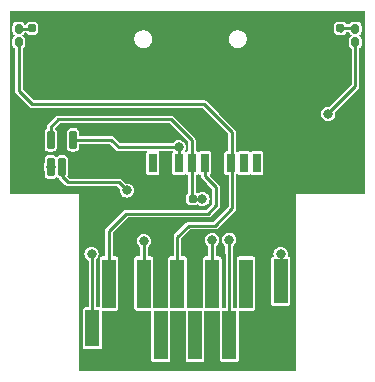
<source format=gtl>
G04 #@! TF.GenerationSoftware,KiCad,Pcbnew,8.0.3*
G04 #@! TF.CreationDate,2024-06-29T19:10:51-04:00*
G04 #@! TF.ProjectId,SDGeckoLED,53444765-636b-46f4-9c45-442e6b696361,rev?*
G04 #@! TF.SameCoordinates,Original*
G04 #@! TF.FileFunction,Copper,L1,Top*
G04 #@! TF.FilePolarity,Positive*
%FSLAX46Y46*%
G04 Gerber Fmt 4.6, Leading zero omitted, Abs format (unit mm)*
G04 Created by KiCad (PCBNEW 8.0.3) date 2024-06-29 19:10:51*
%MOMM*%
%LPD*%
G01*
G04 APERTURE LIST*
G04 Aperture macros list*
%AMRoundRect*
0 Rectangle with rounded corners*
0 $1 Rounding radius*
0 $2 $3 $4 $5 $6 $7 $8 $9 X,Y pos of 4 corners*
0 Add a 4 corners polygon primitive as box body*
4,1,4,$2,$3,$4,$5,$6,$7,$8,$9,$2,$3,0*
0 Add four circle primitives for the rounded corners*
1,1,$1+$1,$2,$3*
1,1,$1+$1,$4,$5*
1,1,$1+$1,$6,$7*
1,1,$1+$1,$8,$9*
0 Add four rect primitives between the rounded corners*
20,1,$1+$1,$2,$3,$4,$5,0*
20,1,$1+$1,$4,$5,$6,$7,0*
20,1,$1+$1,$6,$7,$8,$9,0*
20,1,$1+$1,$8,$9,$2,$3,0*%
G04 Aperture macros list end*
G04 #@! TA.AperFunction,SMDPad,CuDef*
%ADD10RoundRect,0.155000X0.212500X0.155000X-0.212500X0.155000X-0.212500X-0.155000X0.212500X-0.155000X0*%
G04 #@! TD*
G04 #@! TA.AperFunction,SMDPad,CuDef*
%ADD11RoundRect,0.160000X-0.160000X0.222500X-0.160000X-0.222500X0.160000X-0.222500X0.160000X0.222500X0*%
G04 #@! TD*
G04 #@! TA.AperFunction,SMDPad,CuDef*
%ADD12RoundRect,0.160000X0.160000X-0.197500X0.160000X0.197500X-0.160000X0.197500X-0.160000X-0.197500X0*%
G04 #@! TD*
G04 #@! TA.AperFunction,SMDPad,CuDef*
%ADD13RoundRect,0.160000X-0.160000X0.197500X-0.160000X-0.197500X0.160000X-0.197500X0.160000X0.197500X0*%
G04 #@! TD*
G04 #@! TA.AperFunction,SMDPad,CuDef*
%ADD14RoundRect,0.150000X0.150000X-0.650000X0.150000X0.650000X-0.150000X0.650000X-0.150000X-0.650000X0*%
G04 #@! TD*
G04 #@! TA.AperFunction,SMDPad,CuDef*
%ADD15R,0.700000X1.600000*%
G04 #@! TD*
G04 #@! TA.AperFunction,SMDPad,CuDef*
%ADD16R,1.200000X1.400000*%
G04 #@! TD*
G04 #@! TA.AperFunction,SMDPad,CuDef*
%ADD17R,1.600000X1.400000*%
G04 #@! TD*
G04 #@! TA.AperFunction,SMDPad,CuDef*
%ADD18R,1.200000X2.200000*%
G04 #@! TD*
G04 #@! TA.AperFunction,SMDPad,CuDef*
%ADD19R,1.187403X3.771756*%
G04 #@! TD*
G04 #@! TA.AperFunction,SMDPad,CuDef*
%ADD20R,1.187403X4.679771*%
G04 #@! TD*
G04 #@! TA.AperFunction,SMDPad,CuDef*
%ADD21R,1.187403X4.190840*%
G04 #@! TD*
G04 #@! TA.AperFunction,SMDPad,CuDef*
%ADD22R,1.187403X3.143131*%
G04 #@! TD*
G04 #@! TA.AperFunction,ViaPad*
%ADD23C,0.800000*%
G04 #@! TD*
G04 #@! TA.AperFunction,Conductor*
%ADD24C,0.250000*%
G04 #@! TD*
G04 APERTURE END LIST*
D10*
X131504500Y-105198800D03*
X130369500Y-105198800D03*
D11*
X116738400Y-90784700D03*
X116738400Y-91929700D03*
D12*
X143992600Y-91954700D03*
X143992600Y-90759700D03*
D13*
X117881400Y-90759700D03*
X117881400Y-91954700D03*
D11*
X145262600Y-90784700D03*
X145262600Y-91929700D03*
D14*
X119457300Y-102496000D03*
X120407300Y-102496000D03*
X121357300Y-102496000D03*
X121357300Y-100196000D03*
X119457300Y-100196000D03*
D15*
X128102800Y-102176200D03*
X129202800Y-102176200D03*
X130302800Y-102176200D03*
X131402800Y-102176200D03*
X132502800Y-102176200D03*
X133602800Y-102176200D03*
X134702800Y-102176200D03*
X135802800Y-102176200D03*
X136902800Y-102176200D03*
D16*
X138102800Y-101676200D03*
D17*
X123502800Y-101676200D03*
D18*
X122602800Y-92076200D03*
X138102800Y-92076200D03*
D19*
X138937262Y-112171015D03*
D20*
X137487262Y-116971015D03*
D21*
X135987262Y-112371015D03*
X134587262Y-116721015D03*
X133137262Y-112371015D03*
X131687262Y-116721015D03*
X130187262Y-112371015D03*
X128787262Y-116721015D03*
X127337262Y-112371015D03*
D20*
X125887262Y-116921015D03*
D21*
X124387262Y-112371015D03*
D22*
X122987262Y-116171015D03*
D23*
X119457300Y-102496000D03*
X133137262Y-108687971D03*
X127337262Y-108762800D03*
X125907800Y-104495600D03*
X125882400Y-108381800D03*
X118541800Y-93446600D03*
X144119600Y-93573600D03*
X125450600Y-96037400D03*
X137363200Y-105003600D03*
X144881600Y-99669600D03*
X128803400Y-108305600D03*
X132664200Y-90281000D03*
X117779800Y-102362000D03*
X128854200Y-105232200D03*
X134747000Y-96113600D03*
X126212600Y-102692200D03*
X117754400Y-99517200D03*
X124714000Y-90255600D03*
X128955800Y-90230200D03*
X127177800Y-99771200D03*
X135966200Y-90230200D03*
X144856200Y-103860600D03*
X131622800Y-108788200D03*
X123012200Y-106629200D03*
X138926581Y-109851280D03*
X122917794Y-109855376D03*
X134569331Y-108661200D03*
X132308600Y-105232200D03*
X142967697Y-97993200D03*
X130302800Y-100838000D03*
D24*
X117856400Y-90784700D02*
X117881400Y-90759700D01*
X116738400Y-90784700D02*
X117856400Y-90784700D01*
X134848600Y-102322000D02*
X134702800Y-102176200D01*
X116763800Y-96062800D02*
X116763800Y-91955100D01*
X134702800Y-102176200D02*
X134823200Y-102055800D01*
X132461000Y-97180400D02*
X117881400Y-97180400D01*
X130187262Y-112371015D02*
X130187262Y-108420338D01*
X117881400Y-97180400D02*
X116763800Y-96062800D01*
X130187262Y-108420338D02*
X131140200Y-107467400D01*
X131140200Y-107467400D02*
X133375400Y-107467400D01*
X134823200Y-102055800D02*
X134823200Y-99542600D01*
X116763800Y-91955100D02*
X116738400Y-91929700D01*
X134823200Y-99542600D02*
X132461000Y-97180400D01*
X134848600Y-105994200D02*
X134848600Y-102322000D01*
X133375400Y-107467400D02*
X134848600Y-105994200D01*
X133137262Y-108687971D02*
X133137262Y-112371015D01*
X120407300Y-103295999D02*
X120407300Y-102496000D01*
X127337262Y-108762800D02*
X127337262Y-112371015D01*
X125907800Y-104495600D02*
X125222000Y-103809800D01*
X125222000Y-103809800D02*
X120921101Y-103809800D01*
X120921101Y-103809800D02*
X120407300Y-103295999D01*
X132502800Y-102176200D02*
X132502800Y-103267400D01*
X124387262Y-107895738D02*
X124387262Y-112371015D01*
X133451600Y-104216200D02*
X133451600Y-105765600D01*
X132502800Y-103267400D02*
X133451600Y-104216200D01*
X125831600Y-106451400D02*
X124387262Y-107895738D01*
X132765800Y-106451400D02*
X125831600Y-106451400D01*
X133451600Y-105765600D02*
X132765800Y-106451400D01*
X123502800Y-101676200D02*
X123825000Y-101354000D01*
X133604000Y-102175000D02*
X133602800Y-102176200D01*
X138926581Y-109851280D02*
X138937262Y-109861961D01*
X122987262Y-116171015D02*
X122987262Y-109924844D01*
X122987262Y-109924844D02*
X122917794Y-109855376D01*
X138937262Y-109861961D02*
X138937262Y-112171015D01*
X145237600Y-90759700D02*
X145262600Y-90784700D01*
X144018000Y-90980100D02*
X143992600Y-90954700D01*
X143992600Y-90759700D02*
X145237600Y-90759700D01*
X131402800Y-105097100D02*
X131402800Y-102176200D01*
X131402800Y-102176200D02*
X131402800Y-100237000D01*
X134569331Y-109742807D02*
X134587262Y-109760738D01*
X131537900Y-105232200D02*
X131402800Y-105097100D01*
X134587262Y-109760738D02*
X134587262Y-116721015D01*
X129641600Y-98475800D02*
X120091200Y-98475800D01*
X134569331Y-108661200D02*
X134569331Y-109742807D01*
X132308600Y-105232200D02*
X131537900Y-105232200D01*
X120091200Y-98475800D02*
X119457300Y-99109700D01*
X119457300Y-99109700D02*
X119457300Y-100196000D01*
X131402800Y-100237000D02*
X129641600Y-98475800D01*
X130302800Y-100838000D02*
X125222000Y-100838000D01*
X124580000Y-100196000D02*
X121357300Y-100196000D01*
X145262600Y-95672495D02*
X145262600Y-91929700D01*
X125222000Y-100838000D02*
X124580000Y-100196000D01*
X142967697Y-97993200D02*
X142967697Y-97967398D01*
X130302800Y-100838000D02*
X130302800Y-102176200D01*
X142967697Y-97967398D02*
X145262600Y-95672495D01*
G04 #@! TA.AperFunction,Conductor*
G36*
X146035648Y-89288532D02*
G01*
X146050000Y-89323180D01*
X146050000Y-104726000D01*
X146035648Y-104760648D01*
X146001000Y-104775000D01*
X140251180Y-104775000D01*
X140251180Y-119765340D01*
X140236828Y-119799988D01*
X140202180Y-119814340D01*
X121900420Y-119814340D01*
X121865772Y-119799988D01*
X121851420Y-119765340D01*
X121851420Y-104775000D01*
X116099060Y-104775000D01*
X116064412Y-104760648D01*
X116050060Y-104726000D01*
X116050060Y-102496000D01*
X118851618Y-102496000D01*
X118872255Y-102652761D01*
X118932761Y-102798836D01*
X118932764Y-102798841D01*
X118946674Y-102816969D01*
X118956800Y-102846798D01*
X118956800Y-103179261D01*
X118963533Y-103225468D01*
X118966727Y-103247393D01*
X119018102Y-103352483D01*
X119100817Y-103435198D01*
X119205907Y-103486573D01*
X119254184Y-103493606D01*
X119274038Y-103496500D01*
X119274040Y-103496500D01*
X119640562Y-103496500D01*
X119657890Y-103493974D01*
X119708693Y-103486573D01*
X119813783Y-103435198D01*
X119896498Y-103352483D01*
X119896498Y-103352482D01*
X119897652Y-103351329D01*
X119932300Y-103336977D01*
X119966948Y-103351329D01*
X119968102Y-103352483D01*
X120050817Y-103435198D01*
X120121900Y-103469948D01*
X120122359Y-103470172D01*
X120143272Y-103489690D01*
X120146835Y-103495861D01*
X120660635Y-104009661D01*
X120660636Y-104009662D01*
X120721239Y-104070265D01*
X120748405Y-104085949D01*
X120795460Y-104113117D01*
X120795462Y-104113117D01*
X120795463Y-104113118D01*
X120860752Y-104130612D01*
X120878244Y-104135299D01*
X120878245Y-104135300D01*
X120878248Y-104135300D01*
X120963954Y-104135300D01*
X125066877Y-104135300D01*
X125101525Y-104149652D01*
X125301941Y-104350067D01*
X125316293Y-104384715D01*
X125315874Y-104391111D01*
X125302118Y-104495599D01*
X125322755Y-104652361D01*
X125383261Y-104798436D01*
X125383264Y-104798441D01*
X125479518Y-104923882D01*
X125604959Y-105020136D01*
X125604961Y-105020136D01*
X125604963Y-105020138D01*
X125738470Y-105075438D01*
X125751038Y-105080644D01*
X125907800Y-105101282D01*
X126064562Y-105080644D01*
X126210641Y-105020136D01*
X126336082Y-104923882D01*
X126432336Y-104798441D01*
X126492844Y-104652362D01*
X126513482Y-104495600D01*
X126492844Y-104338838D01*
X126432336Y-104192759D01*
X126336082Y-104067318D01*
X126269643Y-104016338D01*
X126210641Y-103971064D01*
X126210636Y-103971061D01*
X126064561Y-103910555D01*
X125928437Y-103892634D01*
X125907800Y-103889918D01*
X125907799Y-103889918D01*
X125803311Y-103903674D01*
X125767086Y-103893967D01*
X125762267Y-103889741D01*
X125421862Y-103549335D01*
X125347640Y-103506482D01*
X125347637Y-103506481D01*
X125264856Y-103484300D01*
X125264853Y-103484300D01*
X121076224Y-103484300D01*
X121041576Y-103469948D01*
X120896720Y-103325092D01*
X120882368Y-103290444D01*
X120887346Y-103268925D01*
X120897873Y-103247393D01*
X120907800Y-103179260D01*
X120907800Y-101812740D01*
X120897873Y-101744607D01*
X120846498Y-101639517D01*
X120763783Y-101556802D01*
X120711238Y-101531114D01*
X120658696Y-101505428D01*
X120658694Y-101505427D01*
X120590562Y-101495500D01*
X120590560Y-101495500D01*
X120224040Y-101495500D01*
X120224038Y-101495500D01*
X120155905Y-101505427D01*
X120155903Y-101505428D01*
X120050819Y-101556801D01*
X120050815Y-101556803D01*
X119966948Y-101640671D01*
X119932300Y-101655023D01*
X119897652Y-101640671D01*
X119813784Y-101556803D01*
X119813783Y-101556802D01*
X119761238Y-101531114D01*
X119708696Y-101505428D01*
X119708694Y-101505427D01*
X119640562Y-101495500D01*
X119640560Y-101495500D01*
X119274040Y-101495500D01*
X119274038Y-101495500D01*
X119205905Y-101505427D01*
X119205903Y-101505428D01*
X119100819Y-101556801D01*
X119100815Y-101556803D01*
X119018103Y-101639515D01*
X119018101Y-101639519D01*
X118966728Y-101744603D01*
X118966727Y-101744605D01*
X118956800Y-101812738D01*
X118956800Y-102145200D01*
X118946675Y-102175028D01*
X118932765Y-102193155D01*
X118932762Y-102193160D01*
X118872255Y-102339238D01*
X118851618Y-102496000D01*
X116050060Y-102496000D01*
X116050060Y-99512740D01*
X118956800Y-99512740D01*
X118956800Y-100879260D01*
X118966727Y-100947393D01*
X119018102Y-101052483D01*
X119100817Y-101135198D01*
X119205907Y-101186573D01*
X119254184Y-101193606D01*
X119274038Y-101196500D01*
X119274040Y-101196500D01*
X119640562Y-101196500D01*
X119657890Y-101193974D01*
X119708693Y-101186573D01*
X119813783Y-101135198D01*
X119896498Y-101052483D01*
X119947873Y-100947393D01*
X119957800Y-100879260D01*
X119957800Y-99512740D01*
X119955906Y-99499744D01*
X119954906Y-99492884D01*
X119947873Y-99444607D01*
X119896498Y-99339517D01*
X119826801Y-99269820D01*
X119812449Y-99235172D01*
X119826800Y-99200525D01*
X120211675Y-98815652D01*
X120246323Y-98801300D01*
X129486477Y-98801300D01*
X129521125Y-98815652D01*
X131062948Y-100357475D01*
X131077300Y-100392123D01*
X131077300Y-101126931D01*
X131062948Y-101161579D01*
X131035298Y-101174657D01*
X131035413Y-101175231D01*
X131033122Y-101175686D01*
X131033105Y-101175695D01*
X131033055Y-101175699D01*
X130974569Y-101187333D01*
X130908247Y-101231647D01*
X130893542Y-101253656D01*
X130862359Y-101274492D01*
X130825577Y-101267175D01*
X130812058Y-101253656D01*
X130798383Y-101233190D01*
X130791067Y-101196408D01*
X130800249Y-101176140D01*
X130827336Y-101140841D01*
X130887844Y-100994762D01*
X130908482Y-100838000D01*
X130887844Y-100681238D01*
X130827336Y-100535159D01*
X130731082Y-100409718D01*
X130681701Y-100371827D01*
X130605641Y-100313464D01*
X130605636Y-100313461D01*
X130459561Y-100252955D01*
X130302800Y-100232318D01*
X130146038Y-100252955D01*
X129999963Y-100313461D01*
X129999958Y-100313464D01*
X129874518Y-100409717D01*
X129874517Y-100409718D01*
X129810361Y-100493329D01*
X129777883Y-100512081D01*
X129771487Y-100512500D01*
X125377123Y-100512500D01*
X125342475Y-100498148D01*
X124779862Y-99935535D01*
X124705640Y-99892682D01*
X124705637Y-99892681D01*
X124622856Y-99870500D01*
X124622853Y-99870500D01*
X121906800Y-99870500D01*
X121872152Y-99856148D01*
X121857800Y-99821500D01*
X121857800Y-99512738D01*
X121854906Y-99492884D01*
X121847873Y-99444607D01*
X121796498Y-99339517D01*
X121713783Y-99256802D01*
X121661238Y-99231114D01*
X121608696Y-99205428D01*
X121608694Y-99205427D01*
X121540562Y-99195500D01*
X121540560Y-99195500D01*
X121174040Y-99195500D01*
X121174038Y-99195500D01*
X121105905Y-99205427D01*
X121105903Y-99205428D01*
X121000819Y-99256801D01*
X121000815Y-99256803D01*
X120918103Y-99339515D01*
X120918101Y-99339519D01*
X120866728Y-99444603D01*
X120866727Y-99444605D01*
X120858694Y-99499744D01*
X120856800Y-99512740D01*
X120856800Y-100879260D01*
X120866727Y-100947393D01*
X120918102Y-101052483D01*
X121000817Y-101135198D01*
X121105907Y-101186573D01*
X121154184Y-101193606D01*
X121174038Y-101196500D01*
X121174040Y-101196500D01*
X121540562Y-101196500D01*
X121557890Y-101193974D01*
X121608693Y-101186573D01*
X121713783Y-101135198D01*
X121796498Y-101052483D01*
X121847873Y-100947393D01*
X121857800Y-100879260D01*
X121857800Y-100570500D01*
X121872152Y-100535852D01*
X121906800Y-100521500D01*
X124424877Y-100521500D01*
X124459525Y-100535852D01*
X125022138Y-101098465D01*
X125096361Y-101141318D01*
X125158676Y-101158015D01*
X125179143Y-101163499D01*
X125179144Y-101163500D01*
X125179147Y-101163500D01*
X125264853Y-101163500D01*
X127562110Y-101163500D01*
X127596758Y-101177852D01*
X127611110Y-101212500D01*
X127602852Y-101239723D01*
X127563933Y-101297969D01*
X127552300Y-101356452D01*
X127552300Y-102995948D01*
X127563933Y-103054431D01*
X127579620Y-103077908D01*
X127608247Y-103120752D01*
X127618842Y-103127831D01*
X127674569Y-103165067D01*
X127733052Y-103176700D01*
X127733055Y-103176700D01*
X128472545Y-103176700D01*
X128472548Y-103176700D01*
X128531031Y-103165067D01*
X128597352Y-103120752D01*
X128641667Y-103054431D01*
X128653300Y-102995948D01*
X128653300Y-101356452D01*
X128641667Y-101297969D01*
X128602748Y-101239723D01*
X128595432Y-101202941D01*
X128616267Y-101171758D01*
X128643490Y-101163500D01*
X129762110Y-101163500D01*
X129796758Y-101177852D01*
X129811110Y-101212500D01*
X129802852Y-101239723D01*
X129763933Y-101297969D01*
X129752300Y-101356452D01*
X129752300Y-102995948D01*
X129763933Y-103054431D01*
X129779620Y-103077908D01*
X129808247Y-103120752D01*
X129818842Y-103127831D01*
X129874569Y-103165067D01*
X129933052Y-103176700D01*
X129933055Y-103176700D01*
X130672545Y-103176700D01*
X130672548Y-103176700D01*
X130731031Y-103165067D01*
X130797352Y-103120752D01*
X130812058Y-103098742D01*
X130843240Y-103077908D01*
X130880023Y-103085224D01*
X130893542Y-103098743D01*
X130908247Y-103120752D01*
X130918842Y-103127831D01*
X130974569Y-103165067D01*
X131033052Y-103176700D01*
X131033065Y-103176700D01*
X131033085Y-103176702D01*
X131033096Y-103176708D01*
X131035413Y-103177169D01*
X131035273Y-103177870D01*
X131066166Y-103194369D01*
X131077300Y-103225468D01*
X131077300Y-104735451D01*
X131062948Y-104770099D01*
X130998677Y-104834369D01*
X130998673Y-104834374D01*
X130946567Y-104940959D01*
X130946567Y-104940960D01*
X130936500Y-105010055D01*
X130936500Y-105387544D01*
X130946567Y-105456639D01*
X130946567Y-105456640D01*
X130998673Y-105563225D01*
X130998675Y-105563228D01*
X130998676Y-105563229D01*
X131082571Y-105647124D01*
X131082572Y-105647124D01*
X131082574Y-105647126D01*
X131109895Y-105660482D01*
X131189160Y-105699233D01*
X131242665Y-105707028D01*
X131258256Y-105709300D01*
X131258258Y-105709300D01*
X131750744Y-105709300D01*
X131764753Y-105707258D01*
X131819840Y-105699233D01*
X131860360Y-105679422D01*
X131897791Y-105677099D01*
X131911710Y-105684570D01*
X132005759Y-105756736D01*
X132005761Y-105756736D01*
X132005763Y-105756738D01*
X132130612Y-105808452D01*
X132151838Y-105817244D01*
X132308600Y-105837882D01*
X132465362Y-105817244D01*
X132611441Y-105756736D01*
X132736882Y-105660482D01*
X132833136Y-105535041D01*
X132893644Y-105388962D01*
X132914282Y-105232200D01*
X132893644Y-105075438D01*
X132866563Y-105010058D01*
X132833138Y-104929363D01*
X132833135Y-104929358D01*
X132828932Y-104923881D01*
X132736882Y-104803918D01*
X132729744Y-104798441D01*
X132611441Y-104707664D01*
X132611436Y-104707661D01*
X132465361Y-104647155D01*
X132308600Y-104626518D01*
X132151838Y-104647155D01*
X132005760Y-104707662D01*
X132005755Y-104707665D01*
X131964884Y-104739026D01*
X131928659Y-104748732D01*
X131913535Y-104744172D01*
X131819840Y-104698367D01*
X131770234Y-104691139D01*
X131738018Y-104671941D01*
X131728300Y-104642651D01*
X131728300Y-103225468D01*
X131742652Y-103190820D01*
X131770302Y-103177748D01*
X131770187Y-103177169D01*
X131772500Y-103176708D01*
X131772515Y-103176702D01*
X131772535Y-103176700D01*
X131772548Y-103176700D01*
X131831031Y-103165067D01*
X131897352Y-103120752D01*
X131912058Y-103098742D01*
X131943240Y-103077908D01*
X131980023Y-103085224D01*
X131993542Y-103098743D01*
X132008247Y-103120752D01*
X132018842Y-103127831D01*
X132074569Y-103165067D01*
X132133052Y-103176700D01*
X132133065Y-103176700D01*
X132133085Y-103176702D01*
X132133096Y-103176708D01*
X132135413Y-103177169D01*
X132135273Y-103177870D01*
X132166166Y-103194369D01*
X132177300Y-103225468D01*
X132177300Y-103310256D01*
X132199481Y-103393037D01*
X132199482Y-103393040D01*
X132223824Y-103435200D01*
X132242335Y-103467262D01*
X132681901Y-103906828D01*
X133111748Y-104336674D01*
X133126100Y-104371322D01*
X133126100Y-105610477D01*
X133111748Y-105645125D01*
X132645325Y-106111548D01*
X132610677Y-106125900D01*
X125788744Y-106125900D01*
X125705963Y-106148081D01*
X125705959Y-106148082D01*
X125631737Y-106190935D01*
X125631737Y-106190936D01*
X124126798Y-107695875D01*
X124126797Y-107695875D01*
X124083944Y-107770097D01*
X124082275Y-107776329D01*
X124082274Y-107776328D01*
X124082274Y-107776332D01*
X124061762Y-107852882D01*
X124061762Y-110026095D01*
X124047410Y-110060743D01*
X124012762Y-110075095D01*
X123773812Y-110075095D01*
X123715329Y-110086728D01*
X123649007Y-110131042D01*
X123604693Y-110197364D01*
X123593060Y-110255847D01*
X123593060Y-110255850D01*
X123593060Y-114349949D01*
X123578708Y-114384597D01*
X123544060Y-114398949D01*
X123361762Y-114398949D01*
X123327114Y-114384597D01*
X123312762Y-114349949D01*
X123312762Y-110333385D01*
X123327114Y-110298737D01*
X123331933Y-110294510D01*
X123332001Y-110294457D01*
X123346076Y-110283658D01*
X123442330Y-110158217D01*
X123502838Y-110012138D01*
X123523476Y-109855376D01*
X123502838Y-109698614D01*
X123501141Y-109694518D01*
X123442332Y-109552539D01*
X123442329Y-109552534D01*
X123346076Y-109427094D01*
X123346075Y-109427093D01*
X123220635Y-109330840D01*
X123220630Y-109330837D01*
X123074555Y-109270331D01*
X122917794Y-109249694D01*
X122761032Y-109270331D01*
X122614957Y-109330837D01*
X122614952Y-109330840D01*
X122489512Y-109427093D01*
X122489511Y-109427094D01*
X122393258Y-109552534D01*
X122393255Y-109552539D01*
X122332749Y-109698614D01*
X122312112Y-109855376D01*
X122332749Y-110012137D01*
X122393255Y-110158212D01*
X122393258Y-110158217D01*
X122489511Y-110283657D01*
X122489512Y-110283658D01*
X122614949Y-110379909D01*
X122614949Y-110379910D01*
X122614952Y-110379911D01*
X122614953Y-110379912D01*
X122631513Y-110386771D01*
X122658031Y-110413286D01*
X122661762Y-110432040D01*
X122661762Y-114349949D01*
X122647410Y-114384597D01*
X122612762Y-114398949D01*
X122373812Y-114398949D01*
X122315329Y-114410582D01*
X122249007Y-114454896D01*
X122204693Y-114521218D01*
X122193060Y-114579701D01*
X122193060Y-117762329D01*
X122204693Y-117820812D01*
X122222442Y-117847376D01*
X122249007Y-117887133D01*
X122275572Y-117904882D01*
X122315329Y-117931448D01*
X122373812Y-117943081D01*
X122373815Y-117943081D01*
X123600709Y-117943081D01*
X123600712Y-117943081D01*
X123659195Y-117931448D01*
X123725516Y-117887133D01*
X123769831Y-117820812D01*
X123781464Y-117762329D01*
X123781464Y-114715935D01*
X123795816Y-114681287D01*
X123830464Y-114666935D01*
X125000709Y-114666935D01*
X125000712Y-114666935D01*
X125059195Y-114655302D01*
X125125516Y-114610987D01*
X125169831Y-114544666D01*
X125181464Y-114486183D01*
X125181464Y-110255847D01*
X125169831Y-110197364D01*
X125131892Y-110140585D01*
X125125516Y-110131042D01*
X125073472Y-110096268D01*
X125059195Y-110086728D01*
X125000712Y-110075095D01*
X125000709Y-110075095D01*
X124761762Y-110075095D01*
X124727114Y-110060743D01*
X124712762Y-110026095D01*
X124712762Y-108050861D01*
X124727114Y-108016213D01*
X125952075Y-106791252D01*
X125986723Y-106776900D01*
X132808656Y-106776900D01*
X132808656Y-106776899D01*
X132891439Y-106754718D01*
X132965662Y-106711865D01*
X133647427Y-106030097D01*
X133647432Y-106030094D01*
X133651460Y-106026065D01*
X133651462Y-106026065D01*
X133712065Y-105965462D01*
X133754918Y-105891238D01*
X133769215Y-105837882D01*
X133777101Y-105808453D01*
X133777101Y-105722747D01*
X133777101Y-105719751D01*
X133777100Y-105719733D01*
X133777100Y-104173345D01*
X133771282Y-104151634D01*
X133771282Y-104151633D01*
X133754918Y-104090561D01*
X133754917Y-104090558D01*
X133728671Y-104045100D01*
X133712068Y-104016343D01*
X133712067Y-104016342D01*
X133712065Y-104016338D01*
X133651462Y-103955735D01*
X133649756Y-103954029D01*
X133649745Y-103954019D01*
X132931145Y-103235418D01*
X132916793Y-103200770D01*
X132931145Y-103166122D01*
X132938565Y-103160032D01*
X132986758Y-103127831D01*
X132997351Y-103120753D01*
X132997354Y-103120749D01*
X133041667Y-103054431D01*
X133053300Y-102995948D01*
X133053300Y-101356452D01*
X133041667Y-101297969D01*
X133002748Y-101239723D01*
X132997352Y-101231647D01*
X132954390Y-101202941D01*
X132931031Y-101187333D01*
X132872548Y-101175700D01*
X132133052Y-101175700D01*
X132078400Y-101186571D01*
X132074569Y-101187333D01*
X132008247Y-101231647D01*
X131993542Y-101253656D01*
X131962359Y-101274492D01*
X131925577Y-101267175D01*
X131912058Y-101253656D01*
X131897352Y-101231647D01*
X131854390Y-101202941D01*
X131831031Y-101187333D01*
X131783367Y-101177852D01*
X131772544Y-101175699D01*
X131772495Y-101175695D01*
X131772480Y-101175687D01*
X131770187Y-101175231D01*
X131770325Y-101174535D01*
X131739421Y-101158015D01*
X131728300Y-101126931D01*
X131728300Y-100194144D01*
X131707788Y-100117594D01*
X131707787Y-100117590D01*
X131707787Y-100117591D01*
X131706118Y-100111362D01*
X131706118Y-100111361D01*
X131663265Y-100037138D01*
X129841462Y-98215335D01*
X129767240Y-98172482D01*
X129767237Y-98172481D01*
X129684456Y-98150300D01*
X129684453Y-98150300D01*
X120134053Y-98150300D01*
X120048347Y-98150300D01*
X120048344Y-98150300D01*
X119965562Y-98172481D01*
X119965559Y-98172482D01*
X119891337Y-98215335D01*
X119891337Y-98215336D01*
X119196836Y-98909837D01*
X119196835Y-98909837D01*
X119153982Y-98984059D01*
X119152313Y-98990291D01*
X119152312Y-98990290D01*
X119152312Y-98990294D01*
X119131800Y-99066844D01*
X119131800Y-99211067D01*
X119117448Y-99245715D01*
X119104324Y-99255087D01*
X119100819Y-99256800D01*
X119100815Y-99256803D01*
X119018103Y-99339515D01*
X119018101Y-99339519D01*
X118966728Y-99444603D01*
X118966727Y-99444605D01*
X118958694Y-99499744D01*
X118956800Y-99512740D01*
X116050060Y-99512740D01*
X116050060Y-90527983D01*
X116217900Y-90527983D01*
X116217900Y-91041416D01*
X116228108Y-91111485D01*
X116228108Y-91111486D01*
X116280949Y-91219572D01*
X116280950Y-91219574D01*
X116280951Y-91219575D01*
X116366025Y-91304649D01*
X116366026Y-91304649D01*
X116366028Y-91304651D01*
X116383472Y-91313179D01*
X116408296Y-91341290D01*
X116405972Y-91378721D01*
X116383472Y-91401221D01*
X116366028Y-91409748D01*
X116366023Y-91409752D01*
X116280952Y-91494823D01*
X116280950Y-91494827D01*
X116228109Y-91602913D01*
X116228109Y-91602914D01*
X116217900Y-91672983D01*
X116217900Y-92186416D01*
X116228108Y-92256485D01*
X116228108Y-92256486D01*
X116280949Y-92364572D01*
X116280950Y-92364574D01*
X116280951Y-92364575D01*
X116366025Y-92449649D01*
X116366028Y-92449650D01*
X116366029Y-92449651D01*
X116410820Y-92471548D01*
X116435645Y-92499658D01*
X116438300Y-92515569D01*
X116438300Y-96105656D01*
X116460481Y-96188437D01*
X116460482Y-96188440D01*
X116503335Y-96262662D01*
X117681538Y-97440865D01*
X117755761Y-97483718D01*
X117821053Y-97501212D01*
X117838543Y-97505899D01*
X117838544Y-97505900D01*
X117838547Y-97505900D01*
X117924253Y-97505900D01*
X132305877Y-97505900D01*
X132340525Y-97520252D01*
X134483348Y-99663075D01*
X134497700Y-99697723D01*
X134497700Y-101126700D01*
X134483348Y-101161348D01*
X134448700Y-101175700D01*
X134333052Y-101175700D01*
X134278400Y-101186571D01*
X134274569Y-101187333D01*
X134208247Y-101231647D01*
X134163933Y-101297969D01*
X134152300Y-101356452D01*
X134152300Y-102995948D01*
X134163933Y-103054431D01*
X134179620Y-103077908D01*
X134208247Y-103120752D01*
X134218842Y-103127831D01*
X134274569Y-103165067D01*
X134333052Y-103176700D01*
X134474100Y-103176700D01*
X134508748Y-103191052D01*
X134523100Y-103225700D01*
X134523100Y-105839077D01*
X134508748Y-105873725D01*
X133254925Y-107127548D01*
X133220277Y-107141900D01*
X131097344Y-107141900D01*
X131014562Y-107164081D01*
X131014558Y-107164082D01*
X130977450Y-107185508D01*
X130940343Y-107206931D01*
X130940334Y-107206938D01*
X129926798Y-108220475D01*
X129926797Y-108220475D01*
X129883944Y-108294697D01*
X129882275Y-108300929D01*
X129882274Y-108300928D01*
X129882274Y-108300932D01*
X129861762Y-108377482D01*
X129861762Y-110026095D01*
X129847410Y-110060743D01*
X129812762Y-110075095D01*
X129573812Y-110075095D01*
X129515329Y-110086728D01*
X129449007Y-110131042D01*
X129404693Y-110197364D01*
X129393060Y-110255847D01*
X129393060Y-110255850D01*
X129393060Y-114376095D01*
X129378708Y-114410743D01*
X129344060Y-114425095D01*
X128180464Y-114425095D01*
X128145816Y-114410743D01*
X128131464Y-114376095D01*
X128131464Y-110255850D01*
X128131464Y-110255847D01*
X128119831Y-110197364D01*
X128081892Y-110140585D01*
X128075516Y-110131042D01*
X128023472Y-110096268D01*
X128009195Y-110086728D01*
X127950712Y-110075095D01*
X127950709Y-110075095D01*
X127711762Y-110075095D01*
X127677114Y-110060743D01*
X127662762Y-110026095D01*
X127662762Y-109294112D01*
X127677114Y-109259464D01*
X127681917Y-109255250D01*
X127765544Y-109191082D01*
X127861798Y-109065641D01*
X127922306Y-108919562D01*
X127942944Y-108762800D01*
X127922306Y-108606038D01*
X127901233Y-108555164D01*
X127861800Y-108459963D01*
X127861797Y-108459958D01*
X127765544Y-108334518D01*
X127765543Y-108334517D01*
X127640103Y-108238264D01*
X127640098Y-108238261D01*
X127494023Y-108177755D01*
X127337262Y-108157118D01*
X127180500Y-108177755D01*
X127034425Y-108238261D01*
X127034420Y-108238264D01*
X126908980Y-108334517D01*
X126908979Y-108334518D01*
X126812726Y-108459958D01*
X126812723Y-108459963D01*
X126752217Y-108606038D01*
X126731580Y-108762800D01*
X126752217Y-108919561D01*
X126812723Y-109065636D01*
X126812726Y-109065641D01*
X126908980Y-109191082D01*
X126992592Y-109255239D01*
X127011343Y-109287716D01*
X127011762Y-109294112D01*
X127011762Y-110026095D01*
X126997410Y-110060743D01*
X126962762Y-110075095D01*
X126723812Y-110075095D01*
X126665329Y-110086728D01*
X126599007Y-110131042D01*
X126554693Y-110197364D01*
X126543060Y-110255847D01*
X126543060Y-114486183D01*
X126554693Y-114544666D01*
X126572442Y-114571230D01*
X126599007Y-114610987D01*
X126625572Y-114628736D01*
X126665329Y-114655302D01*
X126723812Y-114666935D01*
X126723815Y-114666935D01*
X127944060Y-114666935D01*
X127978708Y-114681287D01*
X127993060Y-114715935D01*
X127993060Y-118836183D01*
X128004693Y-118894666D01*
X128022442Y-118921230D01*
X128049007Y-118960987D01*
X128075572Y-118978736D01*
X128115329Y-119005302D01*
X128173812Y-119016935D01*
X128173815Y-119016935D01*
X129400709Y-119016935D01*
X129400712Y-119016935D01*
X129459195Y-119005302D01*
X129525516Y-118960987D01*
X129569831Y-118894666D01*
X129581464Y-118836183D01*
X129581464Y-114715935D01*
X129595816Y-114681287D01*
X129630464Y-114666935D01*
X130800711Y-114666935D01*
X130800712Y-114666935D01*
X130834500Y-114660214D01*
X130871283Y-114667530D01*
X130892118Y-114698712D01*
X130893060Y-114708272D01*
X130893060Y-118836183D01*
X130904693Y-118894666D01*
X130922442Y-118921230D01*
X130949007Y-118960987D01*
X130975572Y-118978736D01*
X131015329Y-119005302D01*
X131073812Y-119016935D01*
X131073815Y-119016935D01*
X132300709Y-119016935D01*
X132300712Y-119016935D01*
X132359195Y-119005302D01*
X132425516Y-118960987D01*
X132469831Y-118894666D01*
X132481464Y-118836183D01*
X132481464Y-114715935D01*
X132495816Y-114681287D01*
X132530464Y-114666935D01*
X133744060Y-114666935D01*
X133778708Y-114681287D01*
X133793060Y-114715935D01*
X133793060Y-118836183D01*
X133804693Y-118894666D01*
X133822442Y-118921230D01*
X133849007Y-118960987D01*
X133875572Y-118978736D01*
X133915329Y-119005302D01*
X133973812Y-119016935D01*
X133973815Y-119016935D01*
X135200709Y-119016935D01*
X135200712Y-119016935D01*
X135259195Y-119005302D01*
X135325516Y-118960987D01*
X135369831Y-118894666D01*
X135381464Y-118836183D01*
X135381464Y-114715935D01*
X135395816Y-114681287D01*
X135430464Y-114666935D01*
X136600709Y-114666935D01*
X136600712Y-114666935D01*
X136659195Y-114655302D01*
X136725516Y-114610987D01*
X136769831Y-114544666D01*
X136781464Y-114486183D01*
X136781464Y-110265389D01*
X138143060Y-110265389D01*
X138143060Y-114076641D01*
X138154693Y-114135124D01*
X138172442Y-114161688D01*
X138199007Y-114201445D01*
X138225572Y-114219194D01*
X138265329Y-114245760D01*
X138323812Y-114257393D01*
X138323815Y-114257393D01*
X139550709Y-114257393D01*
X139550712Y-114257393D01*
X139609195Y-114245760D01*
X139675516Y-114201445D01*
X139719831Y-114135124D01*
X139731464Y-114076641D01*
X139731464Y-110265389D01*
X139719831Y-110206906D01*
X139687294Y-110158212D01*
X139675516Y-110140584D01*
X139635759Y-110114019D01*
X139609195Y-110096270D01*
X139550712Y-110084637D01*
X139550710Y-110084637D01*
X139550700Y-110084635D01*
X139548416Y-110084410D01*
X139515344Y-110066726D01*
X139504464Y-110030836D01*
X139507958Y-110016894D01*
X139509928Y-110012138D01*
X139511625Y-110008042D01*
X139532263Y-109851280D01*
X139511625Y-109694518D01*
X139490913Y-109644515D01*
X139451119Y-109548443D01*
X139451116Y-109548438D01*
X139354863Y-109422998D01*
X139354862Y-109422997D01*
X139229422Y-109326744D01*
X139229417Y-109326741D01*
X139083342Y-109266235D01*
X138926581Y-109245598D01*
X138769819Y-109266235D01*
X138623744Y-109326741D01*
X138623739Y-109326744D01*
X138498299Y-109422997D01*
X138498298Y-109422998D01*
X138402045Y-109548438D01*
X138402042Y-109548443D01*
X138341536Y-109694518D01*
X138320899Y-109851280D01*
X138341536Y-110008041D01*
X138346651Y-110020390D01*
X138346649Y-110057893D01*
X138320129Y-110084410D01*
X138310939Y-110087197D01*
X138265331Y-110096268D01*
X138199007Y-110140584D01*
X138161069Y-110197364D01*
X138154693Y-110206906D01*
X138143060Y-110265389D01*
X136781464Y-110265389D01*
X136781464Y-110255847D01*
X136769831Y-110197364D01*
X136731892Y-110140585D01*
X136725516Y-110131042D01*
X136673472Y-110096268D01*
X136659195Y-110086728D01*
X136600712Y-110075095D01*
X135373812Y-110075095D01*
X135315329Y-110086728D01*
X135249007Y-110131042D01*
X135204693Y-110197364D01*
X135193060Y-110255847D01*
X135193060Y-110255850D01*
X135193060Y-114376095D01*
X135178708Y-114410743D01*
X135144060Y-114425095D01*
X134961762Y-114425095D01*
X134927114Y-114410743D01*
X134912762Y-114376095D01*
X134912762Y-109717882D01*
X134896501Y-109657197D01*
X134894831Y-109644515D01*
X134894831Y-109192512D01*
X134909183Y-109157864D01*
X134913986Y-109153650D01*
X134997613Y-109089482D01*
X135093867Y-108964041D01*
X135154375Y-108817962D01*
X135175013Y-108661200D01*
X135154375Y-108504438D01*
X135104956Y-108385129D01*
X135093869Y-108358363D01*
X135093866Y-108358358D01*
X135049799Y-108300929D01*
X134997613Y-108232918D01*
X134872172Y-108136664D01*
X134872167Y-108136661D01*
X134726092Y-108076155D01*
X134569331Y-108055518D01*
X134412569Y-108076155D01*
X134266494Y-108136661D01*
X134266489Y-108136664D01*
X134141049Y-108232917D01*
X134141048Y-108232918D01*
X134044795Y-108358358D01*
X134044792Y-108358363D01*
X133984286Y-108504438D01*
X133963649Y-108661200D01*
X133984286Y-108817961D01*
X134044792Y-108964036D01*
X134044795Y-108964041D01*
X134141049Y-109089482D01*
X134224661Y-109153639D01*
X134243412Y-109186116D01*
X134243831Y-109192512D01*
X134243831Y-109785661D01*
X134260092Y-109846346D01*
X134261762Y-109859029D01*
X134261762Y-114376095D01*
X134247410Y-114410743D01*
X134212762Y-114425095D01*
X133980464Y-114425095D01*
X133945816Y-114410743D01*
X133931464Y-114376095D01*
X133931464Y-110255850D01*
X133931464Y-110255847D01*
X133919831Y-110197364D01*
X133881892Y-110140585D01*
X133875516Y-110131042D01*
X133823472Y-110096268D01*
X133809195Y-110086728D01*
X133750712Y-110075095D01*
X133750709Y-110075095D01*
X133511762Y-110075095D01*
X133477114Y-110060743D01*
X133462762Y-110026095D01*
X133462762Y-109219283D01*
X133477114Y-109184635D01*
X133481917Y-109180421D01*
X133565544Y-109116253D01*
X133661798Y-108990812D01*
X133722306Y-108844733D01*
X133742944Y-108687971D01*
X133722306Y-108531209D01*
X133661798Y-108385130D01*
X133565544Y-108259689D01*
X133537622Y-108238264D01*
X133440103Y-108163435D01*
X133440098Y-108163432D01*
X133294023Y-108102926D01*
X133137262Y-108082289D01*
X132980500Y-108102926D01*
X132834425Y-108163432D01*
X132834420Y-108163435D01*
X132708980Y-108259688D01*
X132708979Y-108259689D01*
X132612726Y-108385129D01*
X132612723Y-108385134D01*
X132552217Y-108531209D01*
X132531580Y-108687971D01*
X132552217Y-108844732D01*
X132612723Y-108990807D01*
X132612726Y-108990812D01*
X132708980Y-109116253D01*
X132792592Y-109180410D01*
X132811343Y-109212887D01*
X132811762Y-109219283D01*
X132811762Y-110026095D01*
X132797410Y-110060743D01*
X132762762Y-110075095D01*
X132523812Y-110075095D01*
X132465329Y-110086728D01*
X132399007Y-110131042D01*
X132354693Y-110197364D01*
X132343060Y-110255847D01*
X132343060Y-110255850D01*
X132343060Y-114376095D01*
X132328708Y-114410743D01*
X132294060Y-114425095D01*
X131073812Y-114425095D01*
X131040023Y-114431816D01*
X131003240Y-114424499D01*
X130982405Y-114393316D01*
X130981464Y-114383757D01*
X130981464Y-110255850D01*
X130981464Y-110255847D01*
X130969831Y-110197364D01*
X130931892Y-110140585D01*
X130925516Y-110131042D01*
X130873472Y-110096268D01*
X130859195Y-110086728D01*
X130800712Y-110075095D01*
X130800709Y-110075095D01*
X130561762Y-110075095D01*
X130527114Y-110060743D01*
X130512762Y-110026095D01*
X130512762Y-108575460D01*
X130527114Y-108540812D01*
X131260674Y-107807252D01*
X131295322Y-107792900D01*
X133418256Y-107792900D01*
X133418256Y-107792899D01*
X133501039Y-107770718D01*
X133575262Y-107727865D01*
X135109065Y-106194062D01*
X135151917Y-106119839D01*
X135151918Y-106119838D01*
X135154140Y-106111548D01*
X135174099Y-106037056D01*
X135174100Y-106037056D01*
X135174100Y-103162479D01*
X135188452Y-103127831D01*
X135195879Y-103121736D01*
X135197352Y-103120752D01*
X135212058Y-103098742D01*
X135243240Y-103077908D01*
X135280023Y-103085224D01*
X135293542Y-103098743D01*
X135308247Y-103120752D01*
X135318842Y-103127831D01*
X135374569Y-103165067D01*
X135433052Y-103176700D01*
X135433055Y-103176700D01*
X136172545Y-103176700D01*
X136172548Y-103176700D01*
X136231031Y-103165067D01*
X136297352Y-103120752D01*
X136312058Y-103098742D01*
X136343240Y-103077908D01*
X136380023Y-103085224D01*
X136393542Y-103098743D01*
X136408247Y-103120752D01*
X136418842Y-103127831D01*
X136474569Y-103165067D01*
X136533052Y-103176700D01*
X136533055Y-103176700D01*
X137272545Y-103176700D01*
X137272548Y-103176700D01*
X137331031Y-103165067D01*
X137397352Y-103120752D01*
X137441667Y-103054431D01*
X137453300Y-102995948D01*
X137453300Y-101356452D01*
X137441667Y-101297969D01*
X137402748Y-101239723D01*
X137397352Y-101231647D01*
X137354390Y-101202941D01*
X137331031Y-101187333D01*
X137272548Y-101175700D01*
X136533052Y-101175700D01*
X136478400Y-101186571D01*
X136474569Y-101187333D01*
X136408247Y-101231647D01*
X136393542Y-101253656D01*
X136362359Y-101274492D01*
X136325577Y-101267175D01*
X136312058Y-101253656D01*
X136297352Y-101231647D01*
X136254390Y-101202941D01*
X136231031Y-101187333D01*
X136172548Y-101175700D01*
X135433052Y-101175700D01*
X135378400Y-101186571D01*
X135374569Y-101187333D01*
X135308247Y-101231647D01*
X135293542Y-101253656D01*
X135262359Y-101274492D01*
X135225577Y-101267175D01*
X135212058Y-101253656D01*
X135197352Y-101231647D01*
X135170477Y-101213690D01*
X135149641Y-101182507D01*
X135148700Y-101172948D01*
X135148700Y-99499744D01*
X135148699Y-99499743D01*
X135144012Y-99482253D01*
X135126518Y-99416961D01*
X135083665Y-99342738D01*
X133734127Y-97993200D01*
X142362015Y-97993200D01*
X142382652Y-98149961D01*
X142443158Y-98296036D01*
X142443161Y-98296041D01*
X142539415Y-98421482D01*
X142664856Y-98517736D01*
X142664858Y-98517736D01*
X142664860Y-98517738D01*
X142810935Y-98578244D01*
X142967697Y-98598882D01*
X143124459Y-98578244D01*
X143270538Y-98517736D01*
X143395979Y-98421482D01*
X143492233Y-98296041D01*
X143552741Y-98149962D01*
X143573379Y-97993200D01*
X143556620Y-97865908D01*
X143566326Y-97829686D01*
X143570545Y-97824875D01*
X145523065Y-95872357D01*
X145565918Y-95798134D01*
X145588099Y-95715351D01*
X145588100Y-95715351D01*
X145588100Y-92503152D01*
X145602452Y-92468504D01*
X145615579Y-92459131D01*
X145634975Y-92449649D01*
X145720049Y-92364575D01*
X145772891Y-92256486D01*
X145783100Y-92186415D01*
X145783099Y-91672986D01*
X145772891Y-91602914D01*
X145772582Y-91602282D01*
X145720050Y-91494827D01*
X145720049Y-91494826D01*
X145720049Y-91494825D01*
X145634975Y-91409751D01*
X145634973Y-91409750D01*
X145634970Y-91409748D01*
X145617527Y-91401221D01*
X145592702Y-91373111D01*
X145595026Y-91335680D01*
X145617527Y-91313179D01*
X145621474Y-91311249D01*
X145634975Y-91304649D01*
X145720049Y-91219575D01*
X145772891Y-91111486D01*
X145783100Y-91041415D01*
X145783099Y-90527986D01*
X145772891Y-90457914D01*
X145766503Y-90444848D01*
X145720050Y-90349827D01*
X145720049Y-90349826D01*
X145720049Y-90349825D01*
X145634975Y-90264751D01*
X145526886Y-90211909D01*
X145503529Y-90208506D01*
X145456817Y-90201700D01*
X145068383Y-90201700D01*
X144998314Y-90211908D01*
X144998313Y-90211908D01*
X144890227Y-90264749D01*
X144890223Y-90264752D01*
X144805152Y-90349823D01*
X144805148Y-90349828D01*
X144777336Y-90406721D01*
X144749225Y-90431545D01*
X144733315Y-90434200D01*
X144521885Y-90434200D01*
X144487237Y-90419848D01*
X144477864Y-90406721D01*
X144450051Y-90349828D01*
X144450047Y-90349823D01*
X144364976Y-90264752D01*
X144364975Y-90264751D01*
X144256886Y-90211909D01*
X144233529Y-90208506D01*
X144186817Y-90201700D01*
X143798383Y-90201700D01*
X143728314Y-90211908D01*
X143728313Y-90211908D01*
X143620227Y-90264749D01*
X143620223Y-90264752D01*
X143535152Y-90349823D01*
X143535150Y-90349827D01*
X143482309Y-90457913D01*
X143482309Y-90457914D01*
X143472100Y-90527983D01*
X143472100Y-90991416D01*
X143482308Y-91061485D01*
X143482308Y-91061486D01*
X143535149Y-91169572D01*
X143535150Y-91169574D01*
X143535151Y-91169575D01*
X143620225Y-91254649D01*
X143728314Y-91307491D01*
X143798385Y-91317700D01*
X144186814Y-91317699D01*
X144186816Y-91317699D01*
X144233528Y-91310893D01*
X144256886Y-91307491D01*
X144364975Y-91254649D01*
X144450049Y-91169575D01*
X144477864Y-91112678D01*
X144505975Y-91087855D01*
X144521885Y-91085200D01*
X144708871Y-91085200D01*
X144743519Y-91099552D01*
X144752892Y-91112679D01*
X144805149Y-91219572D01*
X144805150Y-91219574D01*
X144805151Y-91219575D01*
X144890225Y-91304649D01*
X144890226Y-91304649D01*
X144890228Y-91304651D01*
X144907672Y-91313179D01*
X144932496Y-91341290D01*
X144930172Y-91378721D01*
X144907672Y-91401221D01*
X144890228Y-91409748D01*
X144890223Y-91409752D01*
X144805152Y-91494823D01*
X144805150Y-91494827D01*
X144752309Y-91602913D01*
X144752309Y-91602914D01*
X144742100Y-91672983D01*
X144742100Y-92186416D01*
X144752308Y-92256485D01*
X144752308Y-92256486D01*
X144805149Y-92364572D01*
X144805150Y-92364574D01*
X144805151Y-92364575D01*
X144890225Y-92449649D01*
X144909621Y-92459131D01*
X144934445Y-92487242D01*
X144937100Y-92503152D01*
X144937100Y-95517371D01*
X144922748Y-95552019D01*
X143090427Y-97384339D01*
X143055779Y-97398691D01*
X143049383Y-97398272D01*
X142967697Y-97387518D01*
X142810935Y-97408155D01*
X142664860Y-97468661D01*
X142664855Y-97468664D01*
X142539415Y-97564917D01*
X142539414Y-97564918D01*
X142443161Y-97690358D01*
X142443158Y-97690363D01*
X142382652Y-97836438D01*
X142362015Y-97993200D01*
X133734127Y-97993200D01*
X132660862Y-96919935D01*
X132586640Y-96877082D01*
X132586637Y-96877081D01*
X132503856Y-96854900D01*
X132503853Y-96854900D01*
X118036523Y-96854900D01*
X118001875Y-96840548D01*
X117103652Y-95942325D01*
X117089300Y-95907677D01*
X117089300Y-92490204D01*
X117103652Y-92455556D01*
X117109826Y-92450326D01*
X117110768Y-92449652D01*
X117110775Y-92449649D01*
X117195849Y-92364575D01*
X117248691Y-92256486D01*
X117258900Y-92186415D01*
X117258899Y-91672986D01*
X117248691Y-91602914D01*
X117248382Y-91602282D01*
X117248380Y-91602278D01*
X126552300Y-91602278D01*
X126552300Y-91750121D01*
X126581140Y-91895106D01*
X126581142Y-91895115D01*
X126637714Y-92031691D01*
X126637716Y-92031695D01*
X126719849Y-92154616D01*
X126824384Y-92259151D01*
X126947305Y-92341284D01*
X127003527Y-92364572D01*
X127083884Y-92397857D01*
X127083885Y-92397857D01*
X127083887Y-92397858D01*
X127228882Y-92426700D01*
X127376718Y-92426700D01*
X127521713Y-92397858D01*
X127658295Y-92341284D01*
X127781216Y-92259151D01*
X127885751Y-92154616D01*
X127967884Y-92031695D01*
X128024458Y-91895113D01*
X128053300Y-91750118D01*
X128053300Y-91602282D01*
X128053299Y-91602278D01*
X134552300Y-91602278D01*
X134552300Y-91750121D01*
X134581140Y-91895106D01*
X134581142Y-91895115D01*
X134637714Y-92031691D01*
X134637716Y-92031695D01*
X134719849Y-92154616D01*
X134824384Y-92259151D01*
X134947305Y-92341284D01*
X135003527Y-92364572D01*
X135083884Y-92397857D01*
X135083885Y-92397857D01*
X135083887Y-92397858D01*
X135228882Y-92426700D01*
X135376718Y-92426700D01*
X135521713Y-92397858D01*
X135658295Y-92341284D01*
X135781216Y-92259151D01*
X135885751Y-92154616D01*
X135967884Y-92031695D01*
X136024458Y-91895113D01*
X136053300Y-91750118D01*
X136053300Y-91602282D01*
X136024458Y-91457287D01*
X135967884Y-91320705D01*
X135885751Y-91197784D01*
X135781216Y-91093249D01*
X135773143Y-91087855D01*
X135703642Y-91041416D01*
X135658295Y-91011116D01*
X135658292Y-91011114D01*
X135658291Y-91011114D01*
X135521715Y-90954542D01*
X135521706Y-90954540D01*
X135376721Y-90925700D01*
X135376718Y-90925700D01*
X135228882Y-90925700D01*
X135228878Y-90925700D01*
X135083893Y-90954540D01*
X135083884Y-90954542D01*
X134947308Y-91011114D01*
X134824384Y-91093248D01*
X134719848Y-91197784D01*
X134637714Y-91320708D01*
X134581142Y-91457284D01*
X134581140Y-91457293D01*
X134552300Y-91602278D01*
X128053299Y-91602278D01*
X128024458Y-91457287D01*
X127967884Y-91320705D01*
X127885751Y-91197784D01*
X127781216Y-91093249D01*
X127773143Y-91087855D01*
X127703642Y-91041416D01*
X127658295Y-91011116D01*
X127658292Y-91011114D01*
X127658291Y-91011114D01*
X127521715Y-90954542D01*
X127521706Y-90954540D01*
X127376721Y-90925700D01*
X127376718Y-90925700D01*
X127228882Y-90925700D01*
X127228878Y-90925700D01*
X127083893Y-90954540D01*
X127083884Y-90954542D01*
X126947308Y-91011114D01*
X126824384Y-91093248D01*
X126719848Y-91197784D01*
X126637714Y-91320708D01*
X126581142Y-91457284D01*
X126581140Y-91457293D01*
X126552300Y-91602278D01*
X117248380Y-91602278D01*
X117195850Y-91494827D01*
X117195849Y-91494826D01*
X117195849Y-91494825D01*
X117110775Y-91409751D01*
X117110773Y-91409750D01*
X117110770Y-91409748D01*
X117093327Y-91401221D01*
X117068502Y-91373111D01*
X117070826Y-91335680D01*
X117093327Y-91313179D01*
X117097274Y-91311249D01*
X117110775Y-91304649D01*
X117195849Y-91219575D01*
X117235886Y-91137679D01*
X117263997Y-91112855D01*
X117279907Y-91110200D01*
X117364337Y-91110200D01*
X117398985Y-91124552D01*
X117408357Y-91137678D01*
X117423951Y-91169575D01*
X117509025Y-91254649D01*
X117617114Y-91307491D01*
X117687185Y-91317700D01*
X118075614Y-91317699D01*
X118075616Y-91317699D01*
X118122328Y-91310893D01*
X118145686Y-91307491D01*
X118253775Y-91254649D01*
X118338849Y-91169575D01*
X118391691Y-91061486D01*
X118401900Y-90991415D01*
X118401899Y-90527986D01*
X118391691Y-90457914D01*
X118385303Y-90444848D01*
X118338850Y-90349827D01*
X118338849Y-90349826D01*
X118338849Y-90349825D01*
X118253775Y-90264751D01*
X118145686Y-90211909D01*
X118122329Y-90208506D01*
X118075617Y-90201700D01*
X117687183Y-90201700D01*
X117617114Y-90211908D01*
X117617113Y-90211908D01*
X117509027Y-90264749D01*
X117509023Y-90264752D01*
X117423952Y-90349823D01*
X117423949Y-90349827D01*
X117383914Y-90431721D01*
X117355803Y-90456545D01*
X117339893Y-90459200D01*
X117279907Y-90459200D01*
X117245259Y-90444848D01*
X117235886Y-90431721D01*
X117195850Y-90349827D01*
X117195849Y-90349826D01*
X117195849Y-90349825D01*
X117110775Y-90264751D01*
X117002686Y-90211909D01*
X116979329Y-90208506D01*
X116932617Y-90201700D01*
X116544183Y-90201700D01*
X116474114Y-90211908D01*
X116474113Y-90211908D01*
X116366027Y-90264749D01*
X116366023Y-90264752D01*
X116280952Y-90349823D01*
X116280950Y-90349827D01*
X116228109Y-90457913D01*
X116228109Y-90457914D01*
X116217900Y-90527983D01*
X116050060Y-90527983D01*
X116050060Y-89323180D01*
X116064412Y-89288532D01*
X116099060Y-89274180D01*
X146001000Y-89274180D01*
X146035648Y-89288532D01*
G37*
G04 #@! TD.AperFunction*
M02*

</source>
